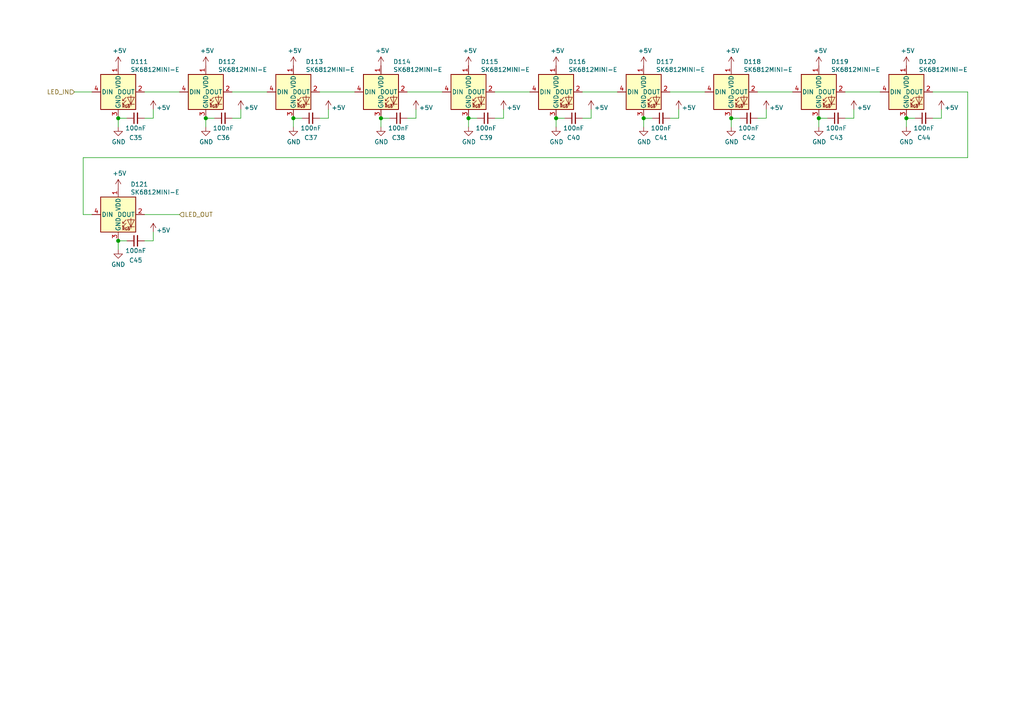
<source format=kicad_sch>
(kicad_sch (version 20211123) (generator eeschema)
  (paper "A4")
  (lib_symbols
    (symbol "Device:C_Small" (pin_numbers hide) (pin_names (offset 0.254) hide)
      (property "Reference" "C" (at 0.254 1.778 0))
      (property "Value" "C_Small" (at 0.254 -2.032 0))
      (symbol "C_Small_0_1"
        (polyline (pts (xy -1.524 -0.508) (xy 1.524 -0.508)) (stroke (width 0.3302)))
        (polyline (pts (xy -1.524 0.508) (xy 1.524 0.508)) (stroke (width 0.3048)))
      )
      (symbol "C_Small_1_1"
        (pin passive line (at 0 2.54 270) (length 2.032) (name "~") (number "1"))
        (pin passive line (at 0 -2.54 90) (length 2.032) (name "~") (number "2"))
      )
    )
    (symbol "chonc60:SK6812MINI-E" (pin_names (offset 0.254))
      (property "Reference" "D" (at 5.08 5.715 0))
      (property "Value" "SK6812MINI-E" (at 1.27 -5.715 0))
      (symbol "SK6812MINI-E_0_0"
        (text "RGB" (at 2.286 -4.191 0) (effects (font (size 0.762 0.762))))
      )
      (symbol "SK6812MINI-E_0_1"
        (polyline (pts (xy 1.27 -3.556) (xy 1.778 -3.556)))
        (polyline (pts (xy 1.27 -2.54) (xy 1.778 -2.54)))
        (polyline (pts (xy 4.699 -3.556) (xy 2.667 -3.556)))
        (polyline (pts (xy 2.286 -2.54) (xy 1.27 -3.556) (xy 1.27 -3.048)))
        (polyline (pts (xy 2.286 -1.524) (xy 1.27 -2.54) (xy 1.27 -2.032)))
        (polyline (pts (xy 3.683 -1.016) (xy 3.683 -3.556) (xy 3.683 -4.064)))
        (polyline (pts (xy 4.699 -1.524) (xy 2.667 -1.524) (xy 3.683 -3.556) (xy 4.699 -1.524)))
        (rectangle (start 5.08 5.08) (end -5.08 -5.08) (stroke (width 0.254)) (fill (type background)))
      )
      (symbol "SK6812MINI-E_1_1"
        (pin power_in line (at 0 7.62 270) (length 2.54) (name "VDD") (number "1"))
        (pin output line (at 7.62 0 180) (length 2.54) (name "DOUT") (number "2"))
        (pin power_in line (at 0 -7.62 90) (length 2.54) (name "GND") (number "3"))
        (pin input line (at -7.62 0 0) (length 2.54) (name "DIN") (number "4"))
      )
    )
    (symbol "power:+5V" (power) (pin_names (offset 0))
      (property "Value" "+5V" (at 0 3.556 0))
      (symbol "+5V_0_1"
        (polyline (pts (xy -0.762 1.27) (xy 0 2.54)))
        (polyline (pts (xy 0 0) (xy 0 2.54)))
        (polyline (pts (xy 0 2.54) (xy 0.762 1.27)))
      )
      (symbol "+5V_1_1"
        (pin power_in line (at 0 0 90) (length 0) hide (name "+5V") (number "1"))
      )
    )
    (symbol "power:GND" (power) (pin_names (offset 0))
      (property "Value" "GND" (at 0 -3.81 0))
      (symbol "GND_0_1"
        (polyline (pts (xy 0 0) (xy 0 -1.27) (xy 1.27 -1.27) (xy 0 -2.54) (xy -1.27 -1.27) (xy 0 -1.27)))
      )
      (symbol "GND_1_1"
        (pin power_in line (at 0 0 270) (length 0) hide (name "GND") (number "1"))
      )
    )
  )
  (junction (at 161.29 34.29) (diameter 1.016))
  (junction (at 212.09 34.29) (diameter 1.016))
  (junction (at 237.49 34.29) (diameter 1.016))
  (junction (at 59.69 34.29) (diameter 1.016))
  (junction (at 135.89 34.29) (diameter 1.016))
  (junction (at 34.29 34.29) (diameter 1.016))
  (junction (at 186.69 34.29) (diameter 1.016))
  (junction (at 85.09 34.29) (diameter 1.016))
  (junction (at 34.29 69.85) (diameter 1.016))
  (junction (at 262.89 34.29) (diameter 1.016))
  (junction (at 110.49 34.29) (diameter 1.016))
  (wire (pts (xy 69.85 31.75) (xy 69.85 34.29)))
  (wire (pts (xy 270.51 34.29) (xy 273.05 34.29)))
  (wire (pts (xy 34.29 69.85) (xy 36.83 69.85)))
  (wire (pts (xy 118.11 34.29) (xy 120.65 34.29)))
  (wire (pts (xy 196.85 31.75) (xy 196.85 34.29)))
  (wire (pts (xy 34.29 36.83) (xy 34.29 34.29)))
  (wire (pts (xy 41.91 62.23) (xy 52.07 62.23)))
  (wire (pts (xy 237.49 36.83) (xy 237.49 34.29)))
  (wire (pts (xy 168.91 26.67) (xy 179.07 26.67)))
  (wire (pts (xy 120.65 31.75) (xy 120.65 34.29)))
  (wire (pts (xy 146.05 31.75) (xy 146.05 34.29)))
  (wire (pts (xy 24.13 45.72) (xy 24.13 62.23)))
  (wire (pts (xy 26.67 62.23) (xy 24.13 62.23)))
  (wire (pts (xy 110.49 36.83) (xy 110.49 34.29)))
  (wire (pts (xy 41.91 69.85) (xy 44.45 69.85)))
  (wire (pts (xy 85.09 34.29) (xy 87.63 34.29)))
  (wire (pts (xy 237.49 34.29) (xy 240.03 34.29)))
  (wire (pts (xy 245.11 26.67) (xy 255.27 26.67)))
  (wire (pts (xy 270.51 26.67) (xy 280.67 26.67)))
  (wire (pts (xy 212.09 34.29) (xy 214.63 34.29)))
  (wire (pts (xy 161.29 36.83) (xy 161.29 34.29)))
  (wire (pts (xy 168.91 34.29) (xy 171.45 34.29)))
  (wire (pts (xy 34.29 72.39) (xy 34.29 69.85)))
  (wire (pts (xy 24.13 45.72) (xy 280.67 45.72)))
  (wire (pts (xy 273.05 31.75) (xy 273.05 34.29)))
  (wire (pts (xy 135.89 36.83) (xy 135.89 34.29)))
  (wire (pts (xy 59.69 36.83) (xy 59.69 34.29)))
  (wire (pts (xy 186.69 36.83) (xy 186.69 34.29)))
  (wire (pts (xy 245.11 34.29) (xy 247.65 34.29)))
  (wire (pts (xy 219.71 26.67) (xy 229.87 26.67)))
  (wire (pts (xy 59.69 34.29) (xy 62.23 34.29)))
  (wire (pts (xy 85.09 36.83) (xy 85.09 34.29)))
  (wire (pts (xy 222.25 31.75) (xy 222.25 34.29)))
  (wire (pts (xy 161.29 34.29) (xy 163.83 34.29)))
  (wire (pts (xy 135.89 34.29) (xy 138.43 34.29)))
  (wire (pts (xy 21.59 26.67) (xy 26.67 26.67)))
  (wire (pts (xy 143.51 34.29) (xy 146.05 34.29)))
  (wire (pts (xy 247.65 31.75) (xy 247.65 34.29)))
  (wire (pts (xy 280.67 45.72) (xy 280.67 26.67)))
  (wire (pts (xy 44.45 31.75) (xy 44.45 34.29)))
  (wire (pts (xy 219.71 34.29) (xy 222.25 34.29)))
  (wire (pts (xy 110.49 34.29) (xy 113.03 34.29)))
  (wire (pts (xy 194.31 26.67) (xy 204.47 26.67)))
  (wire (pts (xy 143.51 26.67) (xy 153.67 26.67)))
  (wire (pts (xy 67.31 34.29) (xy 69.85 34.29)))
  (wire (pts (xy 92.71 34.29) (xy 95.25 34.29)))
  (wire (pts (xy 262.89 36.83) (xy 262.89 34.29)))
  (wire (pts (xy 41.91 26.67) (xy 52.07 26.67)))
  (wire (pts (xy 67.31 26.67) (xy 77.47 26.67)))
  (wire (pts (xy 118.11 26.67) (xy 128.27 26.67)))
  (wire (pts (xy 212.09 36.83) (xy 212.09 34.29)))
  (wire (pts (xy 92.71 26.67) (xy 102.87 26.67)))
  (wire (pts (xy 44.45 67.31) (xy 44.45 69.85)))
  (wire (pts (xy 262.89 34.29) (xy 265.43 34.29)))
  (wire (pts (xy 194.31 34.29) (xy 196.85 34.29)))
  (wire (pts (xy 186.69 34.29) (xy 189.23 34.29)))
  (wire (pts (xy 95.25 31.75) (xy 95.25 34.29)))
  (wire (pts (xy 41.91 34.29) (xy 44.45 34.29)))
  (wire (pts (xy 34.29 34.29) (xy 36.83 34.29)))
  (wire (pts (xy 171.45 31.75) (xy 171.45 34.29)))
  (hierarchical_label "LED_OUT" (shape input) (at 52.07 62.23 0))
  (hierarchical_label "LED_IN" (shape input) (at 21.59 26.67 180))
  (symbol (lib_id "Device:C_Small") (at 39.37 69.85 90) (unit 1)
    (property "Reference" "C45" (at 39.37 75.5077 90))
    (property "Value" "100nF" (at 39.37 72.726 90))
    (property "Footprint" "Capacitor_SMD:C_0603_1608Metric" (effects hide))
  )
  (symbol (lib_id "power:+5V") (at 161.29 19.05 0) (unit 1)
    (property "Reference" "#PWR0122" (effects hide))
    (property "Value" "+5V" (at 161.6583 14.7256 0))
  )
  (symbol (lib_id "Device:C_Small") (at 166.37 34.29 90) (unit 1)
    (property "Reference" "C40" (at 166.37 39.9477 90))
    (property "Value" "100nF" (at 166.37 37.166 90))
    (property "Footprint" "Capacitor_SMD:C_0603_1608Metric" (effects hide))
  )
  (symbol (lib_id "chonc60:SK6812MINI-E") (at 59.69 26.67 0) (unit 1)
    (property "Reference" "D112" (at 63.2461 17.9006 0) (effects (justify left)))
    (property "Value" "SK6812MINI-E" (at 63.2461 20.1993 0) (effects (justify left)))
    (property "Footprint" "chonc60:LED_SK6812_MINI_E_REVERSE" (effects hide))
    (property "Datasheet" "https://ecksteinimg.de/Datasheet/LED/LED0011/SK6812MINI-E_REV02_EN.pdf" (effects hide))
    (property "License" "This symbol is based off of the SK6812 official KiCad symbol and is thus under its modified CC-BY-SA 4.0 license instead of MIT" (effects hide))
  )
  (symbol (lib_id "power:+5V") (at 196.85 31.75 0) (unit 1)
    (property "Reference" "#PWR0133" (effects hide))
    (property "Value" "+5V" (at 199.7583 31.2356 0))
  )
  (symbol (lib_id "power:+5V") (at 95.25 31.75 0) (unit 1)
    (property "Reference" "#PWR0129" (effects hide))
    (property "Value" "+5V" (at 98.1583 31.2356 0))
  )
  (symbol (lib_id "power:+5V") (at 34.29 54.61 0) (unit 1)
    (property "Reference" "#PWR0147" (effects hide))
    (property "Value" "+5V" (at 34.6583 50.2856 0))
  )
  (symbol (lib_id "power:+5V") (at 237.49 19.05 0) (unit 1)
    (property "Reference" "#PWR0125" (effects hide))
    (property "Value" "+5V" (at 237.8583 14.7256 0))
  )
  (symbol (lib_id "power:+5V") (at 186.69 19.05 0) (unit 1)
    (property "Reference" "#PWR0123" (effects hide))
    (property "Value" "+5V" (at 187.0583 14.7256 0))
  )
  (symbol (lib_id "power:GND") (at 186.69 36.83 0) (unit 1)
    (property "Reference" "#PWR0143" (effects hide))
    (property "Value" "GND" (at 186.8043 41.1544 0))
  )
  (symbol (lib_id "chonc60:SK6812MINI-E") (at 135.89 26.67 0) (unit 1)
    (property "Reference" "D115" (at 139.4461 17.9006 0) (effects (justify left)))
    (property "Value" "SK6812MINI-E" (at 139.4461 20.1993 0) (effects (justify left)))
    (property "Footprint" "chonc60:LED_SK6812_MINI_E_REVERSE" (effects hide))
    (property "Datasheet" "https://ecksteinimg.de/Datasheet/LED/LED0011/SK6812MINI-E_REV02_EN.pdf" (effects hide))
    (property "License" "This symbol is based off of the SK6812 official KiCad symbol and is thus under its modified CC-BY-SA 4.0 license instead of MIT" (effects hide))
  )
  (symbol (lib_id "power:GND") (at 85.09 36.83 0) (unit 1)
    (property "Reference" "#PWR0139" (effects hide))
    (property "Value" "GND" (at 85.2043 41.1544 0))
  )
  (symbol (lib_id "power:+5V") (at 171.45 31.75 0) (unit 1)
    (property "Reference" "#PWR0132" (effects hide))
    (property "Value" "+5V" (at 174.3583 31.2356 0))
  )
  (symbol (lib_id "Device:C_Small") (at 39.37 34.29 90) (unit 1)
    (property "Reference" "C35" (at 39.37 39.9477 90))
    (property "Value" "100nF" (at 39.37 37.166 90))
    (property "Footprint" "Capacitor_SMD:C_0603_1608Metric" (effects hide))
  )
  (symbol (lib_id "chonc60:SK6812MINI-E") (at 237.49 26.67 0) (unit 1)
    (property "Reference" "D119" (at 241.0461 17.9006 0) (effects (justify left)))
    (property "Value" "SK6812MINI-E" (at 241.0461 20.1993 0) (effects (justify left)))
    (property "Footprint" "chonc60:LED_SK6812_MINI_E_REVERSE" (effects hide))
    (property "Datasheet" "https://ecksteinimg.de/Datasheet/LED/LED0011/SK6812MINI-E_REV02_EN.pdf" (effects hide))
    (property "License" "This symbol is based off of the SK6812 official KiCad symbol and is thus under its modified CC-BY-SA 4.0 license instead of MIT" (effects hide))
  )
  (symbol (lib_id "power:GND") (at 34.29 36.83 0) (unit 1)
    (property "Reference" "#PWR0137" (effects hide))
    (property "Value" "GND" (at 34.4043 41.1544 0))
  )
  (symbol (lib_id "power:+5V") (at 262.89 19.05 0) (unit 1)
    (property "Reference" "#PWR0126" (effects hide))
    (property "Value" "+5V" (at 263.2583 14.7256 0))
  )
  (symbol (lib_id "power:+5V") (at 120.65 31.75 0) (unit 1)
    (property "Reference" "#PWR0130" (effects hide))
    (property "Value" "+5V" (at 123.5583 31.2356 0))
  )
  (symbol (lib_id "power:+5V") (at 59.69 19.05 0) (unit 1)
    (property "Reference" "#PWR0118" (effects hide))
    (property "Value" "+5V" (at 60.0583 14.7256 0))
  )
  (symbol (lib_id "Device:C_Small") (at 115.57 34.29 90) (unit 1)
    (property "Reference" "C38" (at 115.57 39.9477 90))
    (property "Value" "100nF" (at 115.57 37.166 90))
    (property "Footprint" "Capacitor_SMD:C_0603_1608Metric" (effects hide))
  )
  (symbol (lib_id "Device:C_Small") (at 267.97 34.29 90) (unit 1)
    (property "Reference" "C44" (at 267.97 39.9477 90))
    (property "Value" "100nF" (at 267.97 37.166 90))
    (property "Footprint" "Capacitor_SMD:C_0603_1608Metric" (effects hide))
  )
  (symbol (lib_id "chonc60:SK6812MINI-E") (at 34.29 26.67 0) (unit 1)
    (property "Reference" "D111" (at 37.8461 17.9006 0) (effects (justify left)))
    (property "Value" "SK6812MINI-E" (at 37.8461 20.1993 0) (effects (justify left)))
    (property "Footprint" "chonc60:LED_SK6812_MINI_E_REVERSE" (effects hide))
    (property "Datasheet" "https://ecksteinimg.de/Datasheet/LED/LED0011/SK6812MINI-E_REV02_EN.pdf" (effects hide))
    (property "License" "This symbol is based off of the SK6812 official KiCad symbol and is thus under its modified CC-BY-SA 4.0 license instead of MIT" (effects hide))
  )
  (symbol (lib_id "power:+5V") (at 222.25 31.75 0) (unit 1)
    (property "Reference" "#PWR0134" (effects hide))
    (property "Value" "+5V" (at 225.1583 31.2356 0))
  )
  (symbol (lib_id "chonc60:SK6812MINI-E") (at 110.49 26.67 0) (unit 1)
    (property "Reference" "D114" (at 114.0461 17.9006 0) (effects (justify left)))
    (property "Value" "SK6812MINI-E" (at 114.0461 20.1993 0) (effects (justify left)))
    (property "Footprint" "chonc60:LED_SK6812_MINI_E_REVERSE" (effects hide))
    (property "Datasheet" "https://ecksteinimg.de/Datasheet/LED/LED0011/SK6812MINI-E_REV02_EN.pdf" (effects hide))
    (property "License" "This symbol is based off of the SK6812 official KiCad symbol and is thus under its modified CC-BY-SA 4.0 license instead of MIT" (effects hide))
  )
  (symbol (lib_id "power:+5V") (at 110.49 19.05 0) (unit 1)
    (property "Reference" "#PWR0120" (effects hide))
    (property "Value" "+5V" (at 110.8583 14.7256 0))
  )
  (symbol (lib_id "power:+5V") (at 44.45 31.75 0) (unit 1)
    (property "Reference" "#PWR0127" (effects hide))
    (property "Value" "+5V" (at 47.3583 31.2356 0))
  )
  (symbol (lib_id "power:GND") (at 262.89 36.83 0) (unit 1)
    (property "Reference" "#PWR0146" (effects hide))
    (property "Value" "GND" (at 262.89 41.1544 0))
  )
  (symbol (lib_id "power:+5V") (at 85.09 19.05 0) (unit 1)
    (property "Reference" "#PWR0119" (effects hide))
    (property "Value" "+5V" (at 85.4583 14.7256 0))
  )
  (symbol (lib_id "Device:C_Small") (at 217.17 34.29 90) (unit 1)
    (property "Reference" "C42" (at 217.17 39.9477 90))
    (property "Value" "100nF" (at 217.17 37.166 90))
    (property "Footprint" "Capacitor_SMD:C_0603_1608Metric" (effects hide))
  )
  (symbol (lib_id "Device:C_Small") (at 90.17 34.29 90) (unit 1)
    (property "Reference" "C37" (at 90.17 39.9477 90))
    (property "Value" "100nF" (at 90.17 37.166 90))
    (property "Footprint" "Capacitor_SMD:C_0603_1608Metric" (effects hide))
  )
  (symbol (lib_id "chonc60:SK6812MINI-E") (at 85.09 26.67 0) (unit 1)
    (property "Reference" "D113" (at 88.6461 17.9006 0) (effects (justify left)))
    (property "Value" "SK6812MINI-E" (at 88.6461 20.1993 0) (effects (justify left)))
    (property "Footprint" "chonc60:LED_SK6812_MINI_E_REVERSE" (effects hide))
    (property "Datasheet" "https://ecksteinimg.de/Datasheet/LED/LED0011/SK6812MINI-E_REV02_EN.pdf" (effects hide))
    (property "License" "This symbol is based off of the SK6812 official KiCad symbol and is thus under its modified CC-BY-SA 4.0 license instead of MIT" (effects hide))
  )
  (symbol (lib_id "power:GND") (at 212.09 36.83 0) (unit 1)
    (property "Reference" "#PWR0144" (effects hide))
    (property "Value" "GND" (at 212.2043 41.1544 0))
  )
  (symbol (lib_id "Device:C_Small") (at 64.77 34.29 90) (unit 1)
    (property "Reference" "C36" (at 64.77 39.9477 90))
    (property "Value" "100nF" (at 64.77 37.166 90))
    (property "Footprint" "Capacitor_SMD:C_0603_1608Metric" (effects hide))
  )
  (symbol (lib_id "power:+5V") (at 212.09 19.05 0) (unit 1)
    (property "Reference" "#PWR0124" (effects hide))
    (property "Value" "+5V" (at 212.4583 14.7256 0))
  )
  (symbol (lib_id "Device:C_Small") (at 191.77 34.29 90) (unit 1)
    (property "Reference" "C41" (at 191.77 39.9477 90))
    (property "Value" "100nF" (at 191.77 37.166 90))
    (property "Footprint" "Capacitor_SMD:C_0603_1608Metric" (effects hide))
  )
  (symbol (lib_id "power:+5V") (at 146.05 31.75 0) (unit 1)
    (property "Reference" "#PWR0131" (effects hide))
    (property "Value" "+5V" (at 148.9583 31.2356 0))
  )
  (symbol (lib_id "power:+5V") (at 135.89 19.05 0) (unit 1)
    (property "Reference" "#PWR0121" (effects hide))
    (property "Value" "+5V" (at 136.2583 14.7256 0))
  )
  (symbol (lib_id "power:GND") (at 135.89 36.83 0) (unit 1)
    (property "Reference" "#PWR0141" (effects hide))
    (property "Value" "GND" (at 136.0043 41.1544 0))
  )
  (symbol (lib_id "power:+5V") (at 273.05 31.75 0) (unit 1)
    (property "Reference" "#PWR0136" (effects hide))
    (property "Value" "+5V" (at 275.9583 31.2356 0))
  )
  (symbol (lib_id "power:GND") (at 34.29 72.39 0) (unit 1)
    (property "Reference" "#PWR0149" (effects hide))
    (property "Value" "GND" (at 34.29 76.7144 0))
  )
  (symbol (lib_id "power:GND") (at 161.29 36.83 0) (unit 1)
    (property "Reference" "#PWR0142" (effects hide))
    (property "Value" "GND" (at 161.4043 41.1544 0))
  )
  (symbol (lib_id "chonc60:SK6812MINI-E") (at 161.29 26.67 0) (unit 1)
    (property "Reference" "D116" (at 164.8461 17.9006 0) (effects (justify left)))
    (property "Value" "SK6812MINI-E" (at 164.8461 20.1993 0) (effects (justify left)))
    (property "Footprint" "chonc60:LED_SK6812_MINI_E_REVERSE" (effects hide))
    (property "Datasheet" "https://ecksteinimg.de/Datasheet/LED/LED0011/SK6812MINI-E_REV02_EN.pdf" (effects hide))
    (property "License" "This symbol is based off of the SK6812 official KiCad symbol and is thus under its modified CC-BY-SA 4.0 license instead of MIT" (effects hide))
  )
  (symbol (lib_id "chonc60:SK6812MINI-E") (at 34.29 62.23 0) (unit 1)
    (property "Reference" "D121" (at 37.8461 53.4606 0) (effects (justify left)))
    (property "Value" "SK6812MINI-E" (at 37.8461 55.7593 0) (effects (justify left)))
    (property "Footprint" "chonc60:LED_SK6812_MINI_E_REVERSE" (effects hide))
    (property "Datasheet" "https://ecksteinimg.de/Datasheet/LED/LED0011/SK6812MINI-E_REV02_EN.pdf" (effects hide))
    (property "License" "This symbol is based off of the SK6812 official KiCad symbol and is thus under its modified CC-BY-SA 4.0 license instead of MIT" (effects hide))
  )
  (symbol (lib_id "chonc60:SK6812MINI-E") (at 186.69 26.67 0) (unit 1)
    (property "Reference" "D117" (at 190.2461 17.9006 0) (effects (justify left)))
    (property "Value" "SK6812MINI-E" (at 190.2461 20.1993 0) (effects (justify left)))
    (property "Footprint" "chonc60:LED_SK6812_MINI_E_REVERSE" (effects hide))
    (property "Datasheet" "https://ecksteinimg.de/Datasheet/LED/LED0011/SK6812MINI-E_REV02_EN.pdf" (effects hide))
    (property "License" "This symbol is based off of the SK6812 official KiCad symbol and is thus under its modified CC-BY-SA 4.0 license instead of MIT" (effects hide))
  )
  (symbol (lib_id "Device:C_Small") (at 242.57 34.29 90) (unit 1)
    (property "Reference" "C43" (at 242.57 39.9477 90))
    (property "Value" "100nF" (at 242.57 37.166 90))
    (property "Footprint" "Capacitor_SMD:C_0603_1608Metric" (effects hide))
  )
  (symbol (lib_id "chonc60:SK6812MINI-E") (at 212.09 26.67 0) (unit 1)
    (property "Reference" "D118" (at 215.6461 17.9006 0) (effects (justify left)))
    (property "Value" "SK6812MINI-E" (at 215.6461 20.1993 0) (effects (justify left)))
    (property "Footprint" "chonc60:LED_SK6812_MINI_E_REVERSE" (effects hide))
    (property "Datasheet" "https://ecksteinimg.de/Datasheet/LED/LED0011/SK6812MINI-E_REV02_EN.pdf" (effects hide))
    (property "License" "This symbol is based off of the SK6812 official KiCad symbol and is thus under its modified CC-BY-SA 4.0 license instead of MIT" (effects hide))
  )
  (symbol (lib_id "Device:C_Small") (at 140.97 34.29 90) (unit 1)
    (property "Reference" "C39" (at 140.97 39.9477 90))
    (property "Value" "100nF" (at 140.97 37.166 90))
    (property "Footprint" "Capacitor_SMD:C_0603_1608Metric" (effects hide))
  )
  (symbol (lib_id "chonc60:SK6812MINI-E") (at 262.89 26.67 0) (unit 1)
    (property "Reference" "D120" (at 266.4461 17.9006 0) (effects (justify left)))
    (property "Value" "SK6812MINI-E" (at 266.4461 20.1993 0) (effects (justify left)))
    (property "Footprint" "chonc60:LED_SK6812_MINI_E_REVERSE" (effects hide))
    (property "Datasheet" "https://ecksteinimg.de/Datasheet/LED/LED0011/SK6812MINI-E_REV02_EN.pdf" (effects hide))
    (property "License" "This symbol is based off of the SK6812 official KiCad symbol and is thus under its modified CC-BY-SA 4.0 license instead of MIT" (effects hide))
  )
  (symbol (lib_id "power:GND") (at 110.49 36.83 0) (unit 1)
    (property "Reference" "#PWR0140" (effects hide))
    (property "Value" "GND" (at 110.6043 41.1544 0))
  )
  (symbol (lib_id "power:+5V") (at 247.65 31.75 0) (unit 1)
    (property "Reference" "#PWR0135" (effects hide))
    (property "Value" "+5V" (at 250.5583 31.2356 0))
  )
  (symbol (lib_id "power:+5V") (at 44.45 67.31 0) (unit 1)
    (property "Reference" "#PWR0148" (effects hide))
    (property "Value" "+5V" (at 47.3583 66.7956 0))
  )
  (symbol (lib_id "power:GND") (at 237.49 36.83 0) (unit 1)
    (property "Reference" "#PWR0145" (effects hide))
    (property "Value" "GND" (at 237.6043 41.1544 0))
  )
  (symbol (lib_id "power:GND") (at 59.69 36.83 0) (unit 1)
    (property "Reference" "#PWR0138" (effects hide))
    (property "Value" "GND" (at 59.8043 41.1544 0))
  )
  (symbol (lib_id "power:+5V") (at 34.29 19.05 0) (unit 1)
    (property "Reference" "#PWR0117" (effects hide))
    (property "Value" "+5V" (at 34.6583 14.7256 0))
  )
  (symbol (lib_id "power:+5V") (at 69.85 31.75 0) (unit 1)
    (property "Reference" "#PWR0128" (effects hide))
    (property "Value" "+5V" (at 72.7583 31.2356 0))
  )
)
</source>
